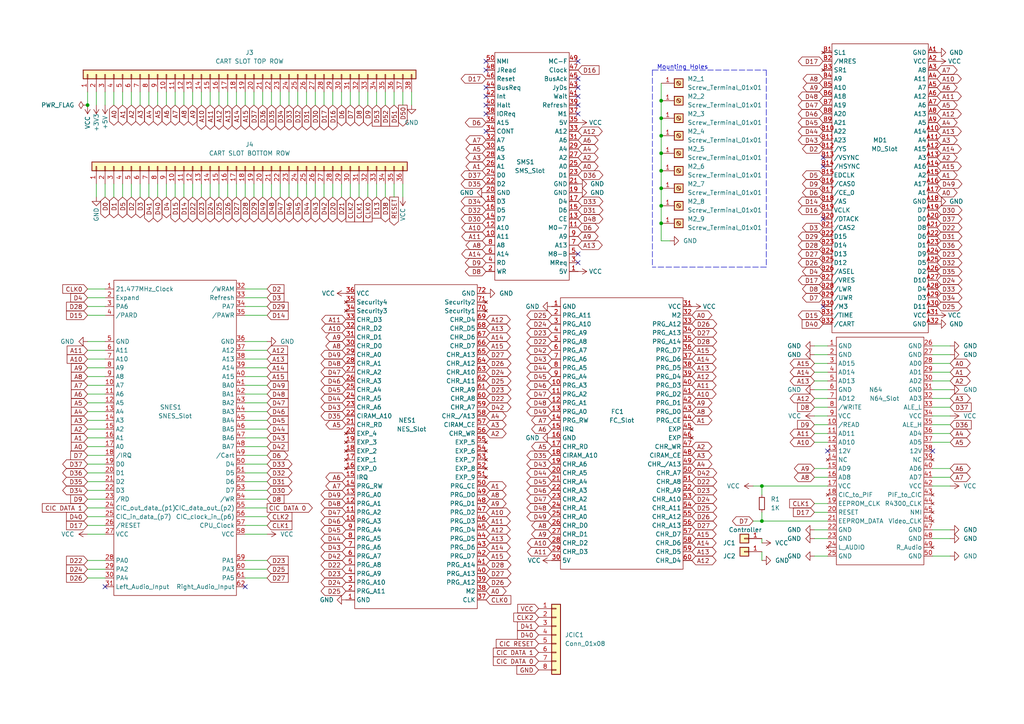
<source format=kicad_sch>
(kicad_sch (version 20211123) (generator eeschema)
  (paper "A4")
  (title_block (title "SIX SLOT ADAPTER") (date "2022-04-01") (rev "V1"))
  (junction (at 191.77 64.77))
  (junction (at 191.77 49.53))
  (junction (at 191.77 34.29))
  (junction (at 191.77 29.21))
  (junction (at 191.77 39.37))
  (junction (at 220.98 151.13))
  (junction (at 191.77 44.45))
  (junction (at 220.98 140.97))
  (junction (at 25.4 30.48))
  (junction (at 191.77 54.61))
  (junction (at 191.77 59.69))
  (no_connect (at 167.64 27.94))
  (no_connect (at 167.64 22.86))
  (no_connect (at 240.03 130.81))
  (no_connect (at 167.64 17.78))
  (no_connect (at 140.97 38.1))
  (no_connect (at 270.51 130.81))
  (no_connect (at 140.97 33.02))
  (no_connect (at 140.97 25.4))
  (no_connect (at 167.64 25.4))
  (no_connect (at 140.97 30.48))
  (no_connect (at 140.97 27.94))
  (no_connect (at 167.64 73.66))
  (no_connect (at 140.97 20.32))
  (no_connect (at 238.76 63.5))
  (no_connect (at 167.64 33.02))
  (no_connect (at 140.97 17.78))
  (no_connect (at 238.76 88.9))
  (no_connect (at 238.76 45.72))
  (no_connect (at 71.12 170.18))
  (no_connect (at 167.64 30.48))
  (no_connect (at 30.48 170.18))
  (no_connect (at 238.76 48.26))
  (no_connect (at 167.64 76.2))
  (wire (pts (xy 114.3 26.67) (xy 114.3 30.48)))
  (wire (pts (xy 40.64 53.34) (xy 40.64 57.15)))
  (wire (pts (xy 30.48 53.34) (xy 30.48 57.15)))
  (wire (pts (xy 48.26 53.34) (xy 48.26 57.15)))
  (wire (pts (xy 236.22 115.57) (xy 240.03 115.57)))
  (wire (pts (xy 236.22 148.59) (xy 240.03 148.59)))
  (wire (pts (xy 101.6 26.67) (xy 101.6 30.48)))
  (wire (pts (xy 83.82 26.67) (xy 83.82 30.48)))
  (wire (pts (xy 25.4 165.1) (xy 30.48 165.1)))
  (wire (pts (xy 68.58 26.67) (xy 68.58 30.48)))
  (wire (pts (xy 25.4 149.86) (xy 30.48 149.86)))
  (wire (pts (xy 71.12 154.94) (xy 77.47 154.94)))
  (wire (pts (xy 220.98 156.21) (xy 220.98 157.48)))
  (wire (pts (xy 191.77 64.77) (xy 191.77 69.85)))
  (wire (pts (xy 270.51 156.21) (xy 275.59 156.21)))
  (wire (pts (xy 109.22 26.67) (xy 109.22 30.48)))
  (wire (pts (xy 71.12 121.92) (xy 77.47 121.92)))
  (wire (pts (xy 236.22 113.03) (xy 240.03 113.03)))
  (wire (pts (xy 73.66 53.34) (xy 73.66 57.15)))
  (wire (pts (xy 43.18 53.34) (xy 43.18 57.15)))
  (wire (pts (xy 270.51 128.27) (xy 275.59 128.27)))
  (wire (pts (xy 71.12 106.68) (xy 77.47 106.68)))
  (wire (pts (xy 270.51 105.41) (xy 275.59 105.41)))
  (wire (pts (xy 236.22 120.65) (xy 240.03 120.65)))
  (wire (pts (xy 99.06 26.67) (xy 99.06 30.48)))
  (wire (pts (xy 71.12 124.46) (xy 77.47 124.46)))
  (wire (pts (xy 71.12 167.64) (xy 77.47 167.64)))
  (wire (pts (xy 114.3 53.34) (xy 114.3 57.15)))
  (wire (pts (xy 25.4 147.32) (xy 30.48 147.32)))
  (wire (pts (xy 25.4 109.22) (xy 30.48 109.22)))
  (wire (pts (xy 33.02 26.67) (xy 33.02 30.48)))
  (wire (pts (xy 71.12 116.84) (xy 77.47 116.84)))
  (wire (pts (xy 66.04 26.67) (xy 66.04 30.48)))
  (wire (pts (xy 236.22 138.43) (xy 240.03 138.43)))
  (wire (pts (xy 63.5 26.67) (xy 63.5 30.48)))
  (wire (pts (xy 236.22 100.33) (xy 240.03 100.33)))
  (wire (pts (xy 45.72 53.34) (xy 45.72 57.15)))
  (wire (pts (xy 71.12 83.82) (xy 77.47 83.82)))
  (wire (pts (xy 71.12 53.34) (xy 71.12 57.15)))
  (wire (pts (xy 25.4 116.84) (xy 30.48 116.84)))
  (wire (pts (xy 106.68 53.34) (xy 106.68 57.15)))
  (wire (pts (xy 71.12 137.16) (xy 77.47 137.16)))
  (wire (pts (xy 25.4 88.9) (xy 30.48 88.9)))
  (wire (pts (xy 71.12 109.22) (xy 77.47 109.22)))
  (wire (pts (xy 101.6 53.34) (xy 101.6 57.15)))
  (wire (pts (xy 25.4 167.64) (xy 30.48 167.64)))
  (wire (pts (xy 63.5 53.34) (xy 63.5 57.15)))
  (polyline (pts (xy 189.23 20.32) (xy 189.23 77.47)))
  (wire (pts (xy 55.88 26.67) (xy 55.88 30.48)))
  (wire (pts (xy 218.44 140.97) (xy 220.98 140.97)))
  (wire (pts (xy 71.12 88.9) (xy 77.47 88.9)))
  (wire (pts (xy 116.84 26.67) (xy 116.84 30.48)))
  (wire (pts (xy 38.1 26.67) (xy 38.1 30.48)))
  (wire (pts (xy 236.22 135.89) (xy 240.03 135.89)))
  (wire (pts (xy 25.4 152.4) (xy 30.48 152.4)))
  (wire (pts (xy 30.48 26.67) (xy 30.48 30.48)))
  (wire (pts (xy 25.4 91.44) (xy 30.48 91.44)))
  (wire (pts (xy 35.56 53.34) (xy 35.56 57.15)))
  (wire (pts (xy 191.77 69.85) (xy 194.31 69.85)))
  (wire (pts (xy 25.4 124.46) (xy 30.48 124.46)))
  (wire (pts (xy 96.52 26.67) (xy 96.52 30.48)))
  (wire (pts (xy 191.77 29.21) (xy 191.77 34.29)))
  (wire (pts (xy 25.4 142.24) (xy 30.48 142.24)))
  (wire (pts (xy 33.02 53.34) (xy 33.02 57.15)))
  (wire (pts (xy 71.12 127) (xy 77.47 127)))
  (wire (pts (xy 25.4 111.76) (xy 30.48 111.76)))
  (wire (pts (xy 35.56 26.67) (xy 35.56 30.48)))
  (polyline (pts (xy 222.25 77.47) (xy 189.23 77.47)))
  (wire (pts (xy 111.76 53.34) (xy 111.76 57.15)))
  (wire (pts (xy 220.98 151.13) (xy 240.03 151.13)))
  (wire (pts (xy 27.94 26.67) (xy 27.94 30.48)))
  (wire (pts (xy 71.12 104.14) (xy 77.47 104.14)))
  (wire (pts (xy 73.66 26.67) (xy 73.66 30.48)))
  (wire (pts (xy 71.12 132.08) (xy 77.47 132.08)))
  (wire (pts (xy 88.9 53.34) (xy 88.9 57.15)))
  (wire (pts (xy 60.96 26.67) (xy 60.96 30.48)))
  (wire (pts (xy 25.4 99.06) (xy 30.48 99.06)))
  (wire (pts (xy 71.12 26.67) (xy 71.12 30.48)))
  (wire (pts (xy 81.28 53.34) (xy 81.28 57.15)))
  (wire (pts (xy 25.4 127) (xy 30.48 127)))
  (wire (pts (xy 43.18 26.67) (xy 43.18 30.48)))
  (wire (pts (xy 191.77 24.13) (xy 191.77 29.21)))
  (wire (pts (xy 91.44 26.67) (xy 91.44 30.48)))
  (wire (pts (xy 25.4 106.68) (xy 30.48 106.68)))
  (wire (pts (xy 25.4 26.67) (xy 25.4 30.48)))
  (wire (pts (xy 86.36 26.67) (xy 86.36 30.48)))
  (wire (pts (xy 270.51 140.97) (xy 275.59 140.97)))
  (wire (pts (xy 71.12 165.1) (xy 77.47 165.1)))
  (wire (pts (xy 191.77 39.37) (xy 191.77 44.45)))
  (wire (pts (xy 191.77 44.45) (xy 191.77 49.53)))
  (wire (pts (xy 25.4 129.54) (xy 30.48 129.54)))
  (wire (pts (xy 86.36 53.34) (xy 86.36 57.15)))
  (wire (pts (xy 68.58 53.34) (xy 68.58 57.15)))
  (wire (pts (xy 25.4 114.3) (xy 30.48 114.3)))
  (wire (pts (xy 55.88 53.34) (xy 55.88 57.15)))
  (wire (pts (xy 220.98 148.59) (xy 220.98 151.13)))
  (wire (pts (xy 25.4 162.56) (xy 30.48 162.56)))
  (wire (pts (xy 58.42 26.67) (xy 58.42 30.48)))
  (wire (pts (xy 78.74 26.67) (xy 78.74 30.48)))
  (wire (pts (xy 104.14 26.67) (xy 104.14 30.48)))
  (wire (pts (xy 71.12 91.44) (xy 77.47 91.44)))
  (wire (pts (xy 270.51 138.43) (xy 275.59 138.43)))
  (wire (pts (xy 220.98 140.97) (xy 240.03 140.97)))
  (wire (pts (xy 71.12 139.7) (xy 77.47 139.7)))
  (wire (pts (xy 270.51 118.11) (xy 275.59 118.11)))
  (wire (pts (xy 270.51 120.65) (xy 275.59 120.65)))
  (wire (pts (xy 71.12 142.24) (xy 77.47 142.24)))
  (wire (pts (xy 38.1 53.34) (xy 38.1 57.15)))
  (wire (pts (xy 71.12 134.62) (xy 77.47 134.62)))
  (wire (pts (xy 220.98 140.97) (xy 220.98 143.51)))
  (wire (pts (xy 99.06 53.34) (xy 99.06 57.15)))
  (wire (pts (xy 25.4 137.16) (xy 30.48 137.16)))
  (wire (pts (xy 71.12 162.56) (xy 77.47 162.56)))
  (wire (pts (xy 236.22 156.21) (xy 240.03 156.21)))
  (wire (pts (xy 220.98 160.02) (xy 220.98 162.56)))
  (wire (pts (xy 25.4 154.94) (xy 30.48 154.94)))
  (wire (pts (xy 270.51 107.95) (xy 275.59 107.95)))
  (wire (pts (xy 58.42 53.34) (xy 58.42 57.15)))
  (wire (pts (xy 45.72 26.67) (xy 45.72 30.48)))
  (wire (pts (xy 25.4 83.82) (xy 30.48 83.82)))
  (wire (pts (xy 236.22 102.87) (xy 240.03 102.87)))
  (wire (pts (xy 236.22 110.49) (xy 240.03 110.49)))
  (wire (pts (xy 25.4 104.14) (xy 30.48 104.14)))
  (wire (pts (xy 270.51 102.87) (xy 275.59 102.87)))
  (wire (pts (xy 270.51 123.19) (xy 275.59 123.19)))
  (wire (pts (xy 270.51 135.89) (xy 275.59 135.89)))
  (wire (pts (xy 25.4 101.6) (xy 30.48 101.6)))
  (wire (pts (xy 71.12 99.06) (xy 77.47 99.06)))
  (wire (pts (xy 40.64 26.67) (xy 40.64 30.48)))
  (wire (pts (xy 270.51 113.03) (xy 275.59 113.03)))
  (wire (pts (xy 104.14 53.34) (xy 104.14 57.15)))
  (wire (pts (xy 270.51 110.49) (xy 275.59 110.49)))
  (wire (pts (xy 93.98 26.67) (xy 93.98 30.48)))
  (wire (pts (xy 236.22 153.67) (xy 240.03 153.67)))
  (wire (pts (xy 50.8 26.67) (xy 50.8 30.48)))
  (wire (pts (xy 270.51 115.57) (xy 275.59 115.57)))
  (wire (pts (xy 83.82 53.34) (xy 83.82 57.15)))
  (wire (pts (xy 236.22 161.29) (xy 240.03 161.29)))
  (wire (pts (xy 71.12 111.76) (xy 77.47 111.76)))
  (wire (pts (xy 53.34 53.34) (xy 53.34 57.15)))
  (wire (pts (xy 236.22 123.19) (xy 240.03 123.19)))
  (wire (pts (xy 71.12 129.54) (xy 77.47 129.54)))
  (wire (pts (xy 236.22 105.41) (xy 240.03 105.41)))
  (wire (pts (xy 71.12 149.86) (xy 77.47 149.86)))
  (wire (pts (xy 119.38 26.67) (xy 119.38 30.48)))
  (wire (pts (xy 66.04 53.34) (xy 66.04 57.15)))
  (wire (pts (xy 106.68 26.67) (xy 106.68 30.48)))
  (wire (pts (xy 53.34 26.67) (xy 53.34 30.48)))
  (wire (pts (xy 96.52 53.34) (xy 96.52 57.15)))
  (wire (pts (xy 111.76 26.67) (xy 111.76 30.48)))
  (wire (pts (xy 48.26 26.67) (xy 48.26 30.48)))
  (wire (pts (xy 76.2 53.34) (xy 76.2 57.15)))
  (wire (pts (xy 76.2 26.67) (xy 76.2 30.48)))
  (wire (pts (xy 270.51 100.33) (xy 275.59 100.33)))
  (wire (pts (xy 71.12 147.32) (xy 77.47 147.32)))
  (wire (pts (xy 109.22 53.34) (xy 109.22 57.15)))
  (wire (pts (xy 191.77 49.53) (xy 191.77 54.61)))
  (wire (pts (xy 25.4 86.36) (xy 30.48 86.36)))
  (wire (pts (xy 78.74 53.34) (xy 78.74 57.15)))
  (wire (pts (xy 236.22 146.05) (xy 240.03 146.05)))
  (wire (pts (xy 60.96 53.34) (xy 60.96 57.15)))
  (wire (pts (xy 116.84 53.34) (xy 116.84 57.15)))
  (wire (pts (xy 236.22 107.95) (xy 240.03 107.95)))
  (wire (pts (xy 71.12 86.36) (xy 77.47 86.36)))
  (wire (pts (xy 71.12 119.38) (xy 77.47 119.38)))
  (wire (pts (xy 25.4 119.38) (xy 30.48 119.38)))
  (wire (pts (xy 81.28 26.67) (xy 81.28 30.48)))
  (wire (pts (xy 71.12 152.4) (xy 77.47 152.4)))
  (wire (pts (xy 25.4 139.7) (xy 30.48 139.7)))
  (wire (pts (xy 88.9 26.67) (xy 88.9 30.48)))
  (wire (pts (xy 27.94 53.34) (xy 27.94 57.15)))
  (polyline (pts (xy 222.25 20.32) (xy 222.25 77.47)))
  (wire (pts (xy 270.51 153.67) (xy 275.59 153.67)))
  (wire (pts (xy 91.44 53.34) (xy 91.44 57.15)))
  (wire (pts (xy 71.12 101.6) (xy 77.47 101.6)))
  (wire (pts (xy 236.22 125.73) (xy 240.03 125.73)))
  (wire (pts (xy 218.44 151.13) (xy 220.98 151.13)))
  (polyline (pts (xy 189.23 20.32) (xy 222.25 20.32)))
  (wire (pts (xy 270.51 161.29) (xy 275.59 161.29)))
  (wire (pts (xy 93.98 53.34) (xy 93.98 57.15)))
  (wire (pts (xy 236.22 128.27) (xy 240.03 128.27)))
  (wire (pts (xy 191.77 34.29) (xy 191.77 39.37)))
  (wire (pts (xy 236.22 118.11) (xy 240.03 118.11)))
  (wire (pts (xy 25.4 132.08) (xy 30.48 132.08)))
  (wire (pts (xy 191.77 54.61) (xy 191.77 59.69)))
  (wire (pts (xy 191.77 59.69) (xy 191.77 64.77)))
  (wire (pts (xy 50.8 53.34) (xy 50.8 57.15)))
  (wire (pts (xy 71.12 114.3) (xy 77.47 114.3)))
  (wire (pts (xy 25.4 121.92) (xy 30.48 121.92)))
  (wire (pts (xy 270.51 125.73) (xy 275.59 125.73)))
  (wire (pts (xy 25.4 134.62) (xy 30.48 134.62)))
  (wire (pts (xy 25.4 144.78) (xy 30.48 144.78)))
  (wire (pts (xy 71.12 144.78) (xy 77.47 144.78)))
  (text "Mounting Holes" (at 190.5 20.32 0) (effects (font (size 1.27 1.27)) (justify left bottom)))
  (global_label "D8" (shape input) (at 236.22 118.11 180) (property "Intersheet References" "${INTERSHEET_REFS}" (effects hide)))
  (global_label "D45" (shape bidirectional) (at 160.02 139.7 180) (property "Intersheet References" "${INTERSHEET_REFS}" (effects hide)))
  (global_label "A6" (shape bidirectional) (at 275.59 135.89 0) (property "Intersheet References" "${INTERSHEET_REFS}" (effects hide)))
  (global_label "D49" (shape bidirectional) (at 271.78 53.34 0) (property "Intersheet References" "${INTERSHEET_REFS}" (effects hide)))
  (global_label "A10" (shape bidirectional) (at 236.22 128.27 180) (property "Intersheet References" "${INTERSHEET_REFS}" (effects hide)))
  (global_label "A11" (shape input) (at 25.4 101.6 180) (property "Intersheet References" "${INTERSHEET_REFS}" (effects hide)))
  (global_label "A6" (shape bidirectional) (at 48.26 30.48 270) (property "Intersheet References" "${INTERSHEET_REFS}" (effects hide)))
  (global_label "D37" (shape bidirectional) (at 140.97 50.8 180) (property "Intersheet References" "${INTERSHEET_REFS}" (effects hide)))
  (global_label "D47" (shape bidirectional) (at 160.02 114.3 180) (property "Intersheet References" "${INTERSHEET_REFS}" (effects hide)))
  (global_label "A9" (shape input) (at 25.4 106.68 180) (property "Intersheet References" "${INTERSHEET_REFS}" (effects hide)))
  (global_label "D47" (shape bidirectional) (at 160.02 144.78 180) (property "Intersheet References" "${INTERSHEET_REFS}" (effects hide)))
  (global_label "D29" (shape bidirectional) (at 238.76 68.58 180) (property "Intersheet References" "${INTERSHEET_REFS}" (effects hide)))
  (global_label "D44" (shape bidirectional) (at 160.02 137.16 180) (property "Intersheet References" "${INTERSHEET_REFS}" (effects hide)))
  (global_label "D51" (shape input) (at 114.3 30.48 270) (property "Intersheet References" "${INTERSHEET_REFS}" (effects hide)))
  (global_label "D29" (shape bidirectional) (at 73.66 57.15 270) (property "Intersheet References" "${INTERSHEET_REFS}" (effects hide)))
  (global_label "D22" (shape bidirectional) (at 200.66 139.7 0) (property "Intersheet References" "${INTERSHEET_REFS}" (effects hide)))
  (global_label "D33" (shape bidirectional) (at 271.78 83.82 0) (property "Intersheet References" "${INTERSHEET_REFS}" (effects hide)))
  (global_label "A3" (shape bidirectional) (at 271.78 40.64 0) (property "Intersheet References" "${INTERSHEET_REFS}" (effects hide)))
  (global_label "A15" (shape bidirectional) (at 140.97 161.29 0) (property "Intersheet References" "${INTERSHEET_REFS}" (effects hide)))
  (global_label "A9" (shape bidirectional) (at 55.88 30.48 270) (property "Intersheet References" "${INTERSHEET_REFS}" (effects hide)))
  (global_label "A11" (shape bidirectional) (at 200.66 111.76 0) (property "Intersheet References" "${INTERSHEET_REFS}" (effects hide)))
  (global_label "D31" (shape bidirectional) (at 88.9 30.48 270) (property "Intersheet References" "${INTERSHEET_REFS}" (effects hide)))
  (global_label "D9" (shape bidirectional) (at 140.97 76.2 180) (property "Intersheet References" "${INTERSHEET_REFS}" (effects hide)))
  (global_label "D24" (shape bidirectional) (at 60.96 57.15 270) (property "Intersheet References" "${INTERSHEET_REFS}" (effects hide)))
  (global_label "D47" (shape bidirectional) (at 100.33 148.59 180) (property "Intersheet References" "${INTERSHEET_REFS}" (effects hide)))
  (global_label "A9" (shape bidirectional) (at 100.33 97.79 180) (property "Intersheet References" "${INTERSHEET_REFS}" (effects hide)))
  (global_label "D27" (shape bidirectional) (at 200.66 152.4 0) (property "Intersheet References" "${INTERSHEET_REFS}" (effects hide)))
  (global_label "D46" (shape bidirectional) (at 100.33 151.13 180) (property "Intersheet References" "${INTERSHEET_REFS}" (effects hide)))
  (global_label "D33" (shape bidirectional) (at 167.64 58.42 0) (property "Intersheet References" "${INTERSHEET_REFS}" (effects hide)))
  (global_label "D42" (shape bidirectional) (at 100.33 161.29 180) (property "Intersheet References" "${INTERSHEET_REFS}" (effects hide)))
  (global_label "A12" (shape bidirectional) (at 271.78 33.02 0) (property "Intersheet References" "${INTERSHEET_REFS}" (effects hide)))
  (global_label "A1" (shape bidirectional) (at 271.78 50.8 0) (property "Intersheet References" "${INTERSHEET_REFS}" (effects hide)))
  (global_label "D50" (shape output) (at 116.84 30.48 270) (property "Intersheet References" "${INTERSHEET_REFS}" (effects hide)))
  (global_label "D17" (shape bidirectional) (at 93.98 30.48 270) (property "Intersheet References" "${INTERSHEET_REFS}" (effects hide)))
  (global_label "D34" (shape bidirectional) (at 81.28 30.48 270) (property "Intersheet References" "${INTERSHEET_REFS}" (effects hide)))
  (global_label "A11" (shape bidirectional) (at 60.96 30.48 270) (property "Intersheet References" "${INTERSHEET_REFS}" (effects hide)))
  (global_label "A9" (shape bidirectional) (at 200.66 116.84 0) (property "Intersheet References" "${INTERSHEET_REFS}" (effects hide)))
  (global_label "A14" (shape bidirectional) (at 236.22 107.95 180) (property "Intersheet References" "${INTERSHEET_REFS}" (effects hide)))
  (global_label "A8" (shape bidirectional) (at 140.97 71.12 180) (property "Intersheet References" "${INTERSHEET_REFS}" (effects hide)))
  (global_label "D46" (shape bidirectional) (at 83.82 57.15 270) (property "Intersheet References" "${INTERSHEET_REFS}" (effects hide)))
  (global_label "A14" (shape bidirectional) (at 200.66 104.14 0) (property "Intersheet References" "${INTERSHEET_REFS}" (effects hide)))
  (global_label "D25" (shape bidirectional) (at 63.5 57.15 270) (property "Intersheet References" "${INTERSHEET_REFS}" (effects hide)))
  (global_label "A10" (shape bidirectional) (at 160.02 157.48 180) (property "Intersheet References" "${INTERSHEET_REFS}" (effects hide)))
  (global_label "D34" (shape bidirectional) (at 140.97 58.42 180) (property "Intersheet References" "${INTERSHEET_REFS}" (effects hide)))
  (global_label "D27" (shape input) (at 77.47 167.64 0) (property "Intersheet References" "${INTERSHEET_REFS}" (effects hide)))
  (global_label "D24" (shape bidirectional) (at 200.66 144.78 0) (property "Intersheet References" "${INTERSHEET_REFS}" (effects hide)))
  (global_label "CLK1" (shape input) (at 104.14 57.15 270) (property "Intersheet References" "${INTERSHEET_REFS}" (effects hide)))
  (global_label "A5" (shape bidirectional) (at 45.72 30.48 270) (property "Intersheet References" "${INTERSHEET_REFS}" (effects hide)))
  (global_label "A9" (shape bidirectional) (at 140.97 146.05 0) (property "Intersheet References" "${INTERSHEET_REFS}" (effects hide)))
  (global_label "D48" (shape bidirectional) (at 167.64 63.5 0) (property "Intersheet References" "${INTERSHEET_REFS}" (effects hide)))
  (global_label "D35" (shape bidirectional) (at 140.97 53.34 180) (property "Intersheet References" "${INTERSHEET_REFS}" (effects hide)))
  (global_label "D23" (shape bidirectional) (at 200.66 142.24 0) (property "Intersheet References" "${INTERSHEET_REFS}" (effects hide)))
  (global_label "A4" (shape bidirectional) (at 140.97 120.65 0) (property "Intersheet References" "${INTERSHEET_REFS}" (effects hide)))
  (global_label "D48" (shape bidirectional) (at 160.02 147.32 180) (property "Intersheet References" "${INTERSHEET_REFS}" (effects hide)))
  (global_label "D49" (shape bidirectional) (at 76.2 57.15 270) (property "Intersheet References" "${INTERSHEET_REFS}" (effects hide)))
  (global_label "D26" (shape input) (at 25.4 167.64 180) (property "Intersheet References" "${INTERSHEET_REFS}" (effects hide)))
  (global_label "A8" (shape input) (at 25.4 109.22 180) (property "Intersheet References" "${INTERSHEET_REFS}" (effects hide)))
  (global_label "D7" (shape bidirectional) (at 101.6 30.48 270) (property "Intersheet References" "${INTERSHEET_REFS}" (effects hide)))
  (global_label "D17" (shape input) (at 25.4 152.4 180) (property "Intersheet References" "${INTERSHEET_REFS}" (effects hide)))
  (global_label "A15" (shape bidirectional) (at 271.78 48.26 0) (property "Intersheet References" "${INTERSHEET_REFS}" (effects hide)))
  (global_label "D29" (shape input) (at 77.47 88.9 0) (property "Intersheet References" "${INTERSHEET_REFS}" (effects hide)))
  (global_label "CIC RESET" (shape input) (at 156.21 186.69 180) (property "Intersheet References" "${INTERSHEET_REFS}" (effects hide)))
  (global_label "A2" (shape input) (at 25.4 124.46 180) (property "Intersheet References" "${INTERSHEET_REFS}" (effects hide)))
  (global_label "D6" (shape bidirectional) (at 77.47 132.08 0) (property "Intersheet References" "${INTERSHEET_REFS}" (effects hide)))
  (global_label "CIC DATA 0" (shape input) (at 156.21 191.77 180) (property "Intersheet References" "${INTERSHEET_REFS}" (effects hide)))
  (global_label "A8" (shape bidirectional) (at 238.76 22.86 180) (property "Intersheet References" "${INTERSHEET_REFS}" (effects hide)))
  (global_label "A3" (shape input) (at 25.4 121.92 180) (property "Intersheet References" "${INTERSHEET_REFS}" (effects hide)))
  (global_label "CIC DATA 1" (shape input) (at 156.21 189.23 180) (property "Intersheet References" "${INTERSHEET_REFS}" (effects hide)))
  (global_label "A6" (shape bidirectional) (at 167.64 40.64 0) (property "Intersheet References" "${INTERSHEET_REFS}" (effects hide)))
  (global_label "D7" (shape bidirectional) (at 218.44 151.13 180) (property "Intersheet References" "${INTERSHEET_REFS}" (effects hide)))
  (global_label "A6" (shape bidirectional) (at 160.02 124.46 180) (property "Intersheet References" "${INTERSHEET_REFS}" (effects hide)))
  (global_label "D30" (shape bidirectional) (at 271.78 60.96 0) (property "Intersheet References" "${INTERSHEET_REFS}" (effects hide)))
  (global_label "D2" (shape input) (at 77.47 83.82 0) (property "Intersheet References" "${INTERSHEET_REFS}" (effects hide)))
  (global_label "A0" (shape bidirectional) (at 200.66 91.44 0) (property "Intersheet References" "${INTERSHEET_REFS}" (effects hide)))
  (global_label "VCC" (shape input) (at 156.21 176.53 180) (property "Intersheet References" "${INTERSHEET_REFS}" (effects hide)))
  (global_label "D49" (shape bidirectional) (at 160.02 119.38 180) (property "Intersheet References" "${INTERSHEET_REFS}" (effects hide)))
  (global_label "D23" (shape bidirectional) (at 100.33 166.37 180) (property "Intersheet References" "${INTERSHEET_REFS}" (effects hide)))
  (global_label "D16" (shape bidirectional) (at 96.52 30.48 270) (property "Intersheet References" "${INTERSHEET_REFS}" (effects hide)))
  (global_label "D33" (shape bidirectional) (at 83.82 30.48 270) (property "Intersheet References" "${INTERSHEET_REFS}" (effects hide)))
  (global_label "A12" (shape bidirectional) (at 63.5 30.48 270) (property "Intersheet References" "${INTERSHEET_REFS}" (effects hide)))
  (global_label "CIC DATA 1" (shape input) (at 25.4 147.32 180) (property "Intersheet References" "${INTERSHEET_REFS}" (effects hide)))
  (global_label "D36" (shape input) (at 275.59 123.19 0) (property "Intersheet References" "${INTERSHEET_REFS}" (effects hide)))
  (global_label "D43" (shape bidirectional) (at 238.76 40.64 180) (property "Intersheet References" "${INTERSHEET_REFS}" (effects hide)))
  (global_label "A13" (shape input) (at 77.47 104.14 0) (property "Intersheet References" "${INTERSHEET_REFS}" (effects hide)))
  (global_label "CLK0" (shape input) (at 106.68 57.15 270) (property "Intersheet References" "${INTERSHEET_REFS}" (effects hide)))
  (global_label "D9" (shape bidirectional) (at 106.68 30.48 270) (property "Intersheet References" "${INTERSHEET_REFS}" (effects hide)))
  (global_label "A10" (shape bidirectional) (at 100.33 95.25 180) (property "Intersheet References" "${INTERSHEET_REFS}" (effects hide)))
  (global_label "D22" (shape bidirectional) (at 160.02 99.06 180) (property "Intersheet References" "${INTERSHEET_REFS}" (effects hide)))
  (global_label "CLK1" (shape input) (at 77.47 152.4 0) (property "Intersheet References" "${INTERSHEET_REFS}" (effects hide)))
  (global_label "A2" (shape bidirectional) (at 275.59 110.49 0) (property "Intersheet References" "${INTERSHEET_REFS}" (effects hide)))
  (global_label "D53" (shape input) (at 109.22 30.48 270) (property "Intersheet References" "${INTERSHEET_REFS}" (effects hide)))
  (global_label "D38" (shape bidirectional) (at 111.76 57.15 270) (property "Intersheet References" "${INTERSHEET_REFS}" (effects hide)))
  (global_label "D31" (shape bidirectional) (at 77.47 139.7 0) (property "Intersheet References" "${INTERSHEET_REFS}" (effects hide)))
  (global_label "D34" (shape bidirectional) (at 271.78 86.36 0) (property "Intersheet References" "${INTERSHEET_REFS}" (effects hide)))
  (global_label "A7" (shape bidirectional) (at 50.8 30.48 270) (property "Intersheet References" "${INTERSHEET_REFS}" (effects hide)))
  (global_label "A5" (shape bidirectional) (at 271.78 30.48 0) (property "Intersheet References" "${INTERSHEET_REFS}" (effects hide)))
  (global_label "D52" (shape input) (at 111.76 30.48 270) (property "Intersheet References" "${INTERSHEET_REFS}" (effects hide)))
  (global_label "D30" (shape bidirectional) (at 91.44 30.48 270) (property "Intersheet References" "${INTERSHEET_REFS}" (effects hide)))
  (global_label "D49" (shape bidirectional) (at 160.02 149.86 180) (property "Intersheet References" "${INTERSHEET_REFS}" (effects hide)))
  (global_label "CLK0" (shape input) (at 140.97 173.99 0) (property "Intersheet References" "${INTERSHEET_REFS}" (effects hide)))
  (global_label "D16" (shape input) (at 167.64 20.32 0) (property "Intersheet References" "${INTERSHEET_REFS}" (effects hide)))
  (global_label "D40" (shape bidirectional) (at 45.72 57.15 270) (property "Intersheet References" "${INTERSHEET_REFS}" (effects hide)))
  (global_label "D15" (shape bidirectional) (at 50.8 57.15 270) (property "Intersheet References" "${INTERSHEET_REFS}" (effects hide)))
  (global_label "D28" (shape bidirectional) (at 71.12 57.15 270) (property "Intersheet References" "${INTERSHEET_REFS}" (effects hide)))
  (global_label "D26" (shape bidirectional) (at 140.97 105.41 0) (property "Intersheet References" "${INTERSHEET_REFS}" (effects hide)))
  (global_label "A7" (shape bidirectional) (at 100.33 140.97 180) (property "Intersheet References" "${INTERSHEET_REFS}" (effects hide)))
  (global_label "D42" (shape bidirectional) (at 160.02 101.6 180) (property "Intersheet References" "${INTERSHEET_REFS}" (effects hide)))
  (global_label "D48" (shape bidirectional) (at 100.33 105.41 180) (property "Intersheet References" "${INTERSHEET_REFS}" (effects hide)))
  (global_label "D31" (shape bidirectional) (at 167.64 60.96 0) (property "Intersheet References" "${INTERSHEET_REFS}" (effects hide)))
  (global_label "A14" (shape bidirectional) (at 200.66 157.48 0) (property "Intersheet References" "${INTERSHEET_REFS}" (effects hide)))
  (global_label "D44" (shape bidirectional) (at 160.02 106.68 180) (property "Intersheet References" "${INTERSHEET_REFS}" (effects hide)))
  (global_label "A14" (shape bidirectional) (at 140.97 97.79 0) (property "Intersheet References" "${INTERSHEET_REFS}" (effects hide)))
  (global_label "D24" (shape bidirectional) (at 140.97 107.95 0) (property "Intersheet References" "${INTERSHEET_REFS}" (effects hide)))
  (global_label "A13" (shape bidirectional) (at 140.97 156.21 0) (property "Intersheet References" "${INTERSHEET_REFS}" (effects hide)))
  (global_label "D43" (shape bidirectional) (at 100.33 118.11 180) (property "Intersheet References" "${INTERSHEET_REFS}" (effects hide)))
  (global_label "A5" (shape bidirectional) (at 160.02 129.54 180) (property "Intersheet References" "${INTERSHEET_REFS}" (effects hide)))
  (global_label "CLK1" (shape input) (at 236.22 146.05 180) (property "Intersheet References" "${INTERSHEET_REFS}" (effects hide)))
  (global_label "CLK2" (shape input) (at 156.21 179.07 180) (property "Intersheet References" "${INTERSHEET_REFS}" (effects hide)))
  (global_label "A11" (shape bidirectional) (at 236.22 125.73 180) (property "Intersheet References" "${INTERSHEET_REFS}" (effects hide)))
  (global_label "A1" (shape bidirectional) (at 35.56 30.48 270) (property "Intersheet References" "${INTERSHEET_REFS}" (effects hide)))
  (global_label "A12" (shape bidirectional) (at 140.97 92.71 0) (property "Intersheet References" "${INTERSHEET_REFS}" (effects hide)))
  (global_label "D47" (shape bidirectional) (at 81.28 57.15 270) (property "Intersheet References" "${INTERSHEET_REFS}" (effects hide)))
  (global_label "A13" (shape bidirectional) (at 200.66 106.68 0) (property "Intersheet References" "${INTERSHEET_REFS}" (effects hide)))
  (global_label "A13" (shape bidirectional) (at 66.04 30.48 270) (property "Intersheet References" "${INTERSHEET_REFS}" (effects hide)))
  (global_label "GND" (shape input) (at 156.21 194.31 180) (property "Intersheet References" "${INTERSHEET_REFS}" (effects hide)))
  (global_label "D27" (shape bidirectional) (at 140.97 166.37 0) (property "Intersheet References" "${INTERSHEET_REFS}" (effects hide)))
  (global_label "A3" (shape bidirectional) (at 40.64 30.48 270) (property "Intersheet References" "${INTERSHEET_REFS}" (effects hide)))
  (global_label "A10" (shape bidirectional) (at 200.66 114.3 0) (property "Intersheet References" "${INTERSHEET_REFS}" (effects hide)))
  (global_label "D40" (shape input) (at 238.76 93.98 180) (property "Intersheet References" "${INTERSHEET_REFS}" (effects hide)))
  (global_label "D36" (shape bidirectional) (at 167.64 50.8 0) (property "Intersheet References" "${INTERSHEET_REFS}" (effects hide)))
  (global_label "D35" (shape bidirectional) (at 271.78 78.74 0) (property "Intersheet References" "${INTERSHEET_REFS}" (effects hide)))
  (global_label "D47" (shape bidirectional) (at 238.76 30.48 180) (property "Intersheet References" "${INTERSHEET_REFS}" (effects hide)))
  (global_label "D46" (shape bidirectional) (at 160.02 142.24 180) (property "Intersheet References" "${INTERSHEET_REFS}" (effects hide)))
  (global_label "D32" (shape bidirectional) (at 271.78 76.2 0) (property "Intersheet References" "${INTERSHEET_REFS}" (effects hide)))
  (global_label "D8" (shape bidirectional) (at 238.76 83.82 180) (property "Intersheet References" "${INTERSHEET_REFS}" (effects hide)))
  (global_label "A5" (shape input) (at 25.4 116.84 180) (property "Intersheet References" "${INTERSHEET_REFS}" (effects hide)))
  (global_label "D28" (shape bidirectional) (at 238.76 71.12 180) (property "Intersheet References" "${INTERSHEET_REFS}" (effects hide)))
  (global_label "A0" (shape input) (at 25.4 129.54 180) (property "Intersheet References" "${INTERSHEET_REFS}" (effects hide)))
  (global_label "D15" (shape input) (at 25.4 91.44 180) (property "Intersheet References" "${INTERSHEET_REFS}" (effects hide)))
  (global_label "A11" (shape bidirectional) (at 271.78 27.94 0) (property "Intersheet References" "${INTERSHEET_REFS}" (effects hide)))
  (global_label "D31" (shape bidirectional) (at 271.78 68.58 0) (property "Intersheet References" "${INTERSHEET_REFS}" (effects hide)))
  (global_label "D43" (shape bidirectional) (at 160.02 104.14 180) (property "Intersheet References" "${INTERSHEET_REFS}" (effects hide)))
  (global_label "D43" (shape bidirectional) (at 91.44 57.15 270) (property "Intersheet References" "${INTERSHEET_REFS}" (effects hide)))
  (global_label "A11" (shape bidirectional) (at 160.02 160.02 180) (property "Intersheet References" "${INTERSHEET_REFS}" (effects hide)))
  (global_label "D22" (shape bidirectional) (at 271.78 66.04 0) (property "Intersheet References" "${INTERSHEET_REFS}" (effects hide)))
  (global_label "D27" (shape bidirectional) (at 238.76 73.66 180) (property "Intersheet References" "${INTERSHEET_REFS}" (effects hide)))
  (global_label "D8" (shape bidirectional) (at 104.14 30.48 270) (property "Intersheet References" "${INTERSHEET_REFS}" (effects hide)))
  (global_label "A4" (shape bidirectional) (at 271.78 35.56 0) (property "Intersheet References" "${INTERSHEET_REFS}" (effects hide)))
  (global_label "D36" (shape bidirectional) (at 76.2 30.48 270) (property "Intersheet References" "${INTERSHEET_REFS}" (effects hide)))
  (global_label "D27" (shape bidirectional) (at 200.66 96.52 0) (property "Intersheet References" "${INTERSHEET_REFS}" (effects hide)))
  (global_label "A13" (shape bidirectional) (at 140.97 95.25 0) (property "Intersheet References" "${INTERSHEET_REFS}" (effects hide)))
  (global_label "D25" (shape bidirectional) (at 140.97 110.49 0) (property "Intersheet References" "${INTERSHEET_REFS}" (effects hide)))
  (global_label "D28" (shape input) (at 25.4 88.9 180) (property "Intersheet References" "${INTERSHEET_REFS}" (effects hide)))
  (global_label "D4" (shape input) (at 25.4 86.36 180) (property "Intersheet References" "${INTERSHEET_REFS}" (effects hide)))
  (global_label "D27" (shape bidirectional) (at 140.97 102.87 0) (property "Intersheet References" "${INTERSHEET_REFS}" (effects hide)))
  (global_label "A7" (shape input) (at 25.4 111.76 180) (property "Intersheet References" "${INTERSHEET_REFS}" (effects hide)))
  (global_label "A15" (shape input) (at 77.47 109.22 0) (property "Intersheet References" "${INTERSHEET_REFS}" (effects hide)))
  (global_label "D17" (shape bidirectional) (at 238.76 17.78 180) (property "Intersheet References" "${INTERSHEET_REFS}" (effects hide)))
  (global_label "D16" (shape bidirectional) (at 238.76 60.96 180) (property "Intersheet References" "${INTERSHEET_REFS}" (effects hide)))
  (global_label "D23" (shape bidirectional) (at 58.42 57.15 270) (property "Intersheet References" "${INTERSHEET_REFS}" (effects hide)))
  (global_label "A15" (shape bidirectional) (at 140.97 100.33 0) (property "Intersheet References" "${INTERSHEET_REFS}" (effects hide)))
  (global_label "A10" (shape bidirectional) (at 271.78 22.86 0) (property "Intersheet References" "${INTERSHEET_REFS}" (effects hide)))
  (global_label "D46" (shape bidirectional) (at 160.02 111.76 180) (property "Intersheet References" "${INTERSHEET_REFS}" (effects hide)))
  (global_label "D44" (shape bidirectional) (at 100.33 156.21 180) (property "Intersheet References" "${INTERSHEET_REFS}" (effects hide)))
  (global_label "D24" (shape bidirectional) (at 271.78 81.28 0) (property "Intersheet References" "${INTERSHEET_REFS}" (effects hide)))
  (global_label "D23" (shape bidirectional) (at 160.02 96.52 180) (property "Intersheet References" "${INTERSHEET_REFS}" (effects hide)))
  (global_label "A12" (shape bidirectional) (at 236.22 115.57 180) (property "Intersheet References" "${INTERSHEET_REFS}" (effects hide)))
  (global_label "A2" (shape bidirectional) (at 140.97 125.73 0) (property "Intersheet References" "${INTERSHEET_REFS}" (effects hide)))
  (global_label "D1" (shape bidirectional) (at 33.02 57.15 270) (property "Intersheet References" "${INTERSHEET_REFS}" (effects hide)))
  (global_label "D41" (shape input) (at 156.21 181.61 180) (property "Intersheet References" "${INTERSHEET_REFS}" (effects hide)))
  (global_label "D48" (shape bidirectional) (at 100.33 146.05 180) (property "Intersheet References" "${INTERSHEET_REFS}" (effects hide)))
  (global_label "A12" (shape bidirectional) (at 200.66 162.56 0) (property "Intersheet References" "${INTERSHEET_REFS}" (effects hide)))
  (global_label "D35" (shape bidirectional) (at 160.02 132.08 180) (property "Intersheet References" "${INTERSHEET_REFS}" (effects hide)))
  (global_label "A6" (shape bidirectional) (at 271.78 25.4 0) (property "Intersheet References" "${INTERSHEET_REFS}" (effects hide)))
  (global_label "D14" (shape bidirectional) (at 53.34 57.15 270) (property "Intersheet References" "${INTERSHEET_REFS}" (effects hide)))
  (global_label "D22" (shape bidirectional) (at 140.97 115.57 0) (property "Intersheet References" "${INTERSHEET_REFS}" (effects hide)))
  (global_label "A15" (shape bidirectional) (at 236.22 105.41 180) (property "Intersheet References" "${INTERSHEET_REFS}" (effects hide)))
  (global_label "A4" (shape bidirectional) (at 200.66 134.62 0) (property "Intersheet References" "${INTERSHEET_REFS}" (effects hide)))
  (global_label "A0" (shape bidirectional) (at 271.78 55.88 0) (property "Intersheet References" "${INTERSHEET_REFS}" (effects hide)))
  (global_label "D35" (shape bidirectional) (at 25.4 139.7 180) (property "Intersheet References" "${INTERSHEET_REFS}" (effects hide)))
  (global_label "D26" (shape bidirectional) (at 238.76 76.2 180) (property "Intersheet References" "${INTERSHEET_REFS}" (effects hide)))
  (global_label "D17" (shape bidirectional) (at 238.76 81.28 180) (property "Intersheet References" "${INTERSHEET_REFS}" (effects hide)))
  (global_label "A13" (shape bidirectional) (at 200.66 160.02 0) (property "Intersheet References" "${INTERSHEET_REFS}" (effects hide)))
  (global_label "D25" (shape bidirectional) (at 200.66 147.32 0) (property "Intersheet References" "${INTERSHEET_REFS}" (effects hide)))
  (global_label "D17" (shape bidirectional) (at 140.97 22.86 180) (property "Intersheet References" "${INTERSHEET_REFS}" (effects hide)))
  (global_label "D45" (shape bidirectional) (at 160.02 109.22 180) (property "Intersheet References" "${INTERSHEET_REFS}" (effects hide)))
  (global_label "A2" (shape bidirectional) (at 271.78 45.72 0) (property "Intersheet References" "${INTERSHEET_REFS}" (effects hide)))
  (global_label "D4" (shape bidirectional) (at 48.26 57.15 270) (property "Intersheet References" "${INTERSHEET_REFS}" (effects hide)))
  (global_label "D8" (shape input) (at 77.47 144.78 0) (property "Intersheet References" "${INTERSHEET_REFS}" (effects hide)))
  (global_label "D42" (shape input) (at 77.47 129.54 0) (property "Intersheet References" "${INTERSHEET_REFS}" (effects hide)))
  (global_label "A2" (shape bidirectional) (at 200.66 129.54 0) (property "Intersheet References" "${INTERSHEET_REFS}" (effects hide)))
  (global_label "D17" (shape input) (at 236.22 148.59 180) (property "Intersheet References" "${INTERSHEET_REFS}" (effects hide)))
  (global_label "A14" (shape bidirectional) (at 271.78 43.18 0) (property "Intersheet References" "${INTERSHEET_REFS}" (effects hide)))
  (global_label "A4" (shape bidirectional) (at 167.64 43.18 0) (property "Intersheet References" "${INTERSHEET_REFS}" (effects hide)))
  (global_label "A13" (shape bidirectional) (at 271.78 38.1 0) (property "Intersheet References" "${INTERSHEET_REFS}" (effects hide)))
  (global_label "A13" (shape bidirectional) (at 236.22 110.49 180) (property "Intersheet References" "${INTERSHEET_REFS}" (effects hide)))
  (global_label "D22" (shape bidirectional) (at 55.88 57.15 270) (property "Intersheet References" "${INTERSHEET_REFS}" (effects hide)))
  (global_label "A0" (shape bidirectional) (at 167.64 48.26 0) (property "Intersheet References" "${INTERSHEET_REFS}" (effects hide)))
  (global_label "A4" (shape input) (at 25.4 119.38 180) (property "Intersheet References" "${INTERSHEET_REFS}" (effects hide)))
  (global_label "A6" (shape bidirectional) (at 100.33 138.43 180) (property "Intersheet References" "${INTERSHEET_REFS}" (effects hide)))
  (global_label "D2" (shape bidirectional) (at 38.1 57.15 270) (property "Intersheet References" "${INTERSHEET_REFS}" (effects hide)))
  (global_label "D33" (shape bidirectional) (at 77.47 134.62 0) (property "Intersheet References" "${INTERSHEET_REFS}" (effects hide)))
  (global_label "A1" (shape bidirectional) (at 140.97 48.26 180) (property "Intersheet References" "${INTERSHEET_REFS}" (effects hide)))
  (global_label "D24" (shape bidirectional) (at 100.33 168.91 180) (property "Intersheet References" "${INTERSHEET_REFS}" (effects hide)))
  (global_label "D23" (shape bidirectional) (at 140.97 113.03 0) (property "Intersheet References" "${INTERSHEET_REFS}" (effects hide)))
  (global_label "D49" (shape bidirectional) (at 100.33 102.87 180) (property "Intersheet References" "${INTERSHEET_REFS}" (effects hide)))
  (global_label "D36" (shape bidirectional) (at 271.78 71.12 0) (property "Intersheet References" "${INTERSHEET_REFS}" (effects hide)))
  (global_label "A1" (shape bidirectional) (at 200.66 121.92 0) (property "Intersheet References" "${INTERSHEET_REFS}" (effects hide)))
  (global_label "D7" (shape input) (at 25.4 132.08 180) (property "Intersheet References" "${INTERSHEET_REFS}" (effects hide)))
  (global_label "D48" (shape bidirectional) (at 238.76 27.94 180) (property "Intersheet References" "${INTERSHEET_REFS}" (effects hide)))
  (global_label "A10" (shape input) (at 25.4 104.14 180) (property "Intersheet References" "${INTERSHEET_REFS}" (effects hide)))
  (global_label "A0" (shape bidirectional) (at 275.59 105.41 0) (property "Intersheet References" "${INTERSHEET_REFS}" (effects hide)))
  (global_label "A3" (shape bidirectional) (at 275.59 115.57 0) (property "Intersheet References" "${INTERSHEET_REFS}" (effects hide)))
  (global_label "D43" (shape bidirectional) (at 100.33 158.75 180) (property "Intersheet References" "${INTERSHEET_REFS}" (effects hide)))
  (global_label "D2" (shape bidirectional) (at 238.76 43.18 180) (property "Intersheet References" "${INTERSHEET_REFS}" (effects hide)))
  (global_label "A7" (shape bidirectional) (at 140.97 40.64 180) (property "Intersheet References" "${INTERSHEET_REFS}" (effects hide)))
  (global_label "D7" (shape bidirectional) (at 238.76 86.36 180) (property "Intersheet References" "${INTERSHEET_REFS}" (effects hide)))
  (global_label "A10" (shape bidirectional) (at 140.97 66.04 180) (property "Intersheet References" "${INTERSHEET_REFS}" (effects hide)))
  (global_label "D35" (shape bidirectional) (at 78.74 30.48 270) (property "Intersheet References" "${INTERSHEET_REFS}" (effects hide)))
  (global_label "D21" (shape bidirectional) (at 99.06 57.15 270) (property "Intersheet References" "${INTERSHEET_REFS}" (effects hide)))
  (global_label "A0" (shape bidirectional) (at 33.02 30.48 270) (property "Intersheet References" "${INTERSHEET_REFS}" (effects hide)))
  (global_label "A0" (shape bidirectional) (at 140.97 171.45 0) (property "Intersheet References" "${INTERSHEET_REFS}" (effects hide)))
  (global_label "CLK2" (shape input) (at 77.47 149.86 0) (property "Intersheet References" "${INTERSHEET_REFS}" (effects hide)))
  (global_label "D9" (shape bidirectional) (at 238.76 53.34 180) (property "Intersheet References" "${INTERSHEET_REFS}" (effects hide)))
  (global_label "D25" (shape input) (at 77.47 165.1 0) (property "Intersheet References" "${INTERSHEET_REFS}" (effects hide)))
  (global_label "D45" (shape bidirectional) (at 238.76 35.56 180) (property "Intersheet References" "${INTERSHEET_REFS}" (effects hide)))
  (global_label "D25" (shape bidirectional) (at 100.33 171.45 180) (property "Intersheet References" "${INTERSHEET_REFS}" (effects hide)))
  (global_label "A6" (shape input) (at 25.4 114.3 180) (property "Intersheet References" "${INTERSHEET_REFS}" (effects hide)))
  (global_label "D44" (shape bidirectional) (at 88.9 57.15 270) (property "Intersheet References" "${INTERSHEET_REFS}" (effects hide)))
  (global_label "D48" (shape bidirectional) (at 78.74 57.15 270) (property "Intersheet References" "${INTERSHEET_REFS}" (effects hide)))
  (global_label "D6" (shape bidirectional) (at 167.64 66.04 0) (property "Intersheet References" "${INTERSHEET_REFS}" (effects hide)))
  (global_label "D26" (shape bidirectional) (at 200.66 93.98 0) (property "Intersheet References" "${INTERSHEET_REFS}" (effects hide)))
  (global_label "A5" (shape bidirectional) (at 140.97 43.18 180) (property "Intersheet References" "${INTERSHEET_REFS}" (effects hide)))
  (global_label "A10" (shape bidirectional) (at 58.42 30.48 270) (property "Intersheet References" "${INTERSHEET_REFS}" (effects hide)))
  (global_label "A11" (shape bidirectional) (at 140.97 151.13 0) (property "Intersheet References" "${INTERSHEET_REFS}" (effects hide)))
  (global_label "D15" (shape bidirectional) (at 238.76 91.44 180) (property "Intersheet References" "${INTERSHEET_REFS}" (effects hide)))
  (global_label "A3" (shape bidirectional) (at 200.66 132.08 0) (property "Intersheet References" "${INTERSHEET_REFS}" (effects hide)))
  (global_label "D3" (shape input) (at 77.47 86.36 0) (property "Intersheet References" "${INTERSHEET_REFS}" (effects hide)))
  (global_label "D48" (shape input) (at 77.47 114.3 0) (property "Intersheet References" "${INTERSHEET_REFS}" (effects hide)))
  (global_label "A4" (shape bidirectional) (at 275.59 125.73 0) (property "Intersheet References" "${INTERSHEET_REFS}" (effects hide)))
  (global_label "A8" (shape bidirectional) (at 160.02 152.4 180) (property "Intersheet References" "${INTERSHEET_REFS}" (effects hide)))
  (global_label "D34" (shape bidirectional) (at 25.4 142.24 180) (property "Intersheet References" "${INTERSHEET_REFS}" (effects hide)))
  (global_label "D27" (shape bidirectional) (at 68.58 57.15 270) (property "Intersheet References" "${INTERSHEET_REFS}" (effects hide)))
  (global_label "D46" (shape input) (at 77.47 119.38 0) (property "Intersheet References" "${INTERSHEET_REFS}" (effects hide)))
  (global_label "D25" (shape bidirectional) (at 160.02 91.44 180) (property "Intersheet References" "${INTERSHEET_REFS}" (effects hide)))
  (global_label "D0" (shape bidirectional) (at 30.48 57.15 270) (property "Intersheet References" "${INTERSHEET_REFS}" (effects hide)))
  (global_label "A5" (shape bidirectional) (at 100.33 123.19 180) (property "Intersheet References" "${INTERSHEET_REFS}" (effects hide)))
  (global_label "A3" (shape bidirectional) (at 140.97 45.72 180) (property "Intersheet References" "${INTERSHEET_REFS}" (effects hide)))
  (global_label "A9" (shape bidirectional) (at 160.02 154.94 180) (property "Intersheet References" "${INTERSHEET_REFS}" (effects hide)))
  (global_label "D42" (shape bidirectional) (at 200.66 137.16 0) (property "Intersheet References" "${INTERSHEET_REFS}" (effects hide)))
  (global_label "D46" (shape bidirectional) (at 100.33 110.49 180) (property "Intersheet References" "${INTERSHEET_REFS}" (effects hide)))
  (global_label "A9" (shape bidirectional) (at 236.22 135.89 180) (property "Intersheet References" "${INTERSHEET_REFS}" (effects hide)))
  (global_label "D24" (shape bidirectional) (at 160.02 93.98 180) (property "Intersheet References" "${INTERSHEET_REFS}" (effects hide)))
  (global_label "D3" (shape bidirectional) (at 40.64 57.15 270) (property "Intersheet References" "${INTERSHEET_REFS}" (effects hide)))
  (global_label "D30" (shape bidirectional) (at 140.97 63.5 180) (property "Intersheet References" "${INTERSHEET_REFS}" (effects hide)))
  (global_label "D47" (shape input) (at 77.47 116.84 0) (property "Intersheet References" "${INTERSHEET_REFS}" (effects hide)))
  (global_label "D26" (shape bidirectional) (at 140.97 168.91 0) (property "Intersheet References" "${INTERSHEET_REFS}" (effects hide)))
  (global_label "D8" (shape bidirectional) (at 140.97 78.74 180) (property "Intersheet References" "${INTERSHEET_REFS}" (effects hide)))
  (global_label "A12" (shape bidirectional) (at 167.64 38.1 0) (property "Intersheet References" "${INTERSHEET_REFS}" (effects hide)))
  (global_label "D4" (shape bidirectional) (at 238.76 78.74 180) (property "Intersheet References" "${INTERSHEET_REFS}" (effects hide)))
  (global_label "D42" (shape bidirectional) (at 93.98 57.15 270) (property "Intersheet References" "${INTERSHEET_REFS}" (effects hide)))
  (global_label "D45" (shape bidirectional) (at 100.33 113.03 180) (property "Intersheet References" "${INTERSHEET_REFS}" (effects hide)))
  (global_label "A15" (shape bidirectional) (at 200.66 154.94 0) (property "Intersheet References" "${INTERSHEET_REFS}" (effects hide)))
  (global_label "A10" (shape bidirectional) (at 140.97 148.59 0) (property "Intersheet References" "${INTERSHEET_REFS}" (effects hide)))
  (global_label "D37" (shape bidirectional) (at 271.78 63.5 0) (property "Intersheet References" "${INTERSHEET_REFS}" (effects hide)))
  (global_label "D41" (shape bidirectional) (at 43.18 57.15 270) (property "Intersheet References" "${INTERSHEET_REFS}" (effects hide)))
  (global_label "D13" (shape input) (at 109.22 57.15 270) (property "Intersheet References" "${INTERSHEET_REFS}" (effects hide)))
  (global_label "A12" (shape bidirectional) (at 140.97 153.67 0) (property "Intersheet References" "${INTERSHEET_REFS}" (effects hide)))
  (global_label "A7" (shape bidirectional) (at 160.02 121.92 180) (property "Intersheet References" "${INTERSHEET_REFS}" (effects hide)))
  (global_label "D6" (shape bidirectional) (at 238.76 55.88 180) (property "Intersheet References" "${INTERSHEET_REFS}" (effects hide)))
  (global_label "D45" (shape bidirectional) (at 100.33 153.67 180) (property "Intersheet References" "${INTERSHEET_REFS}" (effects hide)))
  (global_label "D32" (shape bidirectional) (at 86.36 30.48 270) (property "Intersheet References" "${INTERSHEET_REFS}" (effects hide)))
  (global_label "D28" (shape bidirectional) (at 140.97 163.83 0) (property "Intersheet References" "${INTERSHEET_REFS}" (effects hide)))
  (global_label "D9" (shape input) (at 236.22 123.19 180) (property "Intersheet References" "${INTERSHEET_REFS}" (effects hide)))
  (global_label "D35" (shape bidirectional) (at 100.33 120.65 180) (property "Intersheet References" "${INTERSHEET_REFS}" (effects hide)))
  (global_label "D49" (shape input) (at 77.47 111.76 0) (property "Intersheet References" "${INTERSHEET_REFS}" (effects hide)))
  (global_label "D26" (shape bidirectional) (at 200.66 149.86 0) (property "Intersheet References" "${INTERSHEET_REFS}" (effects hide)))
  (global_label "D37" (shape bidirectional) (at 25.4 134.62 180) (property "Intersheet References" "${INTERSHEET_REFS}" (effects hide)))
  (global_label "D5" (shape bidirectional) (at 238.76 50.8 180) (property "Intersheet References" "${INTERSHEET_REFS}" (effects hide)))
  (global_label "D40" (shape input) (at 156.21 184.15 180) (property "Intersheet References" "${INTERSHEET_REFS}" (effects hide)))
  (global_label "A1" (shape input) (at 25.4 127 180) (property "Intersheet References" "${INTERSHEET_REFS}" (effects hide)))
  (global_label "D37" (shape bidirectional) (at 73.66 30.48 270) (property "Intersheet References" "${INTERSHEET_REFS}" (effects hide)))
  (global_label "D14" (shape bidirectional) (at 238.76 58.42 180) (property "Intersheet References" "${INTERSHEET_REFS}" (effects hide)))
  (global_label "A2" (shape bidirectional) (at 167.64 45.72 0) (property "Intersheet References" "${INTERSHEET_REFS}" (effects hide)))
  (global_label "A8" (shape bidirectional) (at 100.33 100.33 180) (property "Intersheet References" "${INTERSHEET_REFS}" (effects hide)))
  (global_label "D36" (shape bidirectional) (at 25.4 137.16 180) (property "Intersheet References" "${INTERSHEET_REFS}" (effects hide)))
  (global_label "A12" (shape bidirectional) (at 200.66 109.22 0) (property "Intersheet References" "${INTERSHEET_REFS}" (effects hide)))
  (global_label "A8" (shape bidirectional) (at 236.22 138.43 180) (property "Intersheet References" "${INTERSHEET_REFS}" (effects hide)))
  (global_label "A14" (shape bidirectional) (at 68.58 30.48 270) (property "Intersheet References" "${INTERSHEET_REFS}" (effects hide)))
  (global_label "RESET" (shape output) (at 114.3 57.15 270) (property "Intersheet References" "${INTERSHEET_REFS}" (effects hide)))
  (global_label "D32" (shape bidirectional) (at 77.47 137.16 0) (property "Intersheet References" "${INTERSHEET_REFS}" (effects hide)))
  (global_label "A9" (shape bidirectional) (at 238.76 25.4 180) (property "Intersheet References" "${INTERSHEET_REFS}" (effects hide)))
  (global_label "A12" (shape input) (at 77.47 101.6 0) (property "Intersheet References" "${INTERSHEET_REFS}" (effects hide)))
  (global_label "D46" (shape bidirectional) (at 238.76 33.02 180) (property "Intersheet References" "${INTERSHEET_REFS}" (effects hide)))
  (global_label "A14" (shape bidirectional) (at 140.97 73.66 180) (property "Intersheet References" "${INTERSHEET_REFS}" (effects hide)))
  (global_label "D23" (shape bidirectional) (at 271.78 73.66 0) (property "Intersheet References" "${INTERSHEET_REFS}" (effects hide)))
  (global_label "A9" (shape bidirectional) (at 167.64 68.58 0) (property "Intersheet References" "${INTERSHEET_REFS}" (effects hide)))
  (global_label "D45" (shape bidirectional) (at 86.36 57.15 270) (property "Intersheet References" "${INTERSHEET_REFS}" (effects hide)))
  (global_label "A15" (shape bidirectional) (at 71.12 30.48 270) (property "Intersheet References" "${INTERSHEET_REFS}" (effects hide)))
  (global_label "D6" (shape bidirectional) (at 99.06 30.48 270) (property "Intersheet References" "${INTERSHEET_REFS}" (effects hide)))
  (global_label "D20" (shape bidirectional) (at 96.52 57.15 270) (property "Intersheet References" "${INTERSHEET_REFS}" (effects hide)))
  (global_label "D45" (shape input) (at 77.47 121.92 0) (property "Intersheet References" "${INTERSHEET_REFS}" (effects hide)))
  (global_label "D23" (shape input) (at 77.47 162.56 0) (property "Intersheet References" "${INTERSHEET_REFS}" (effects hide)))
  (global_label "A1" (shape bidirectional) (at 275.59 107.95 0) (property "Intersheet References" "${INTERSHEET_REFS}" (effects hide)))
  (global_label "A1" (shape bidirectional) (at 140.97 140.97 0) (property "Intersheet References" "${INTERSHEET_REFS}" (effects hide)))
  (global_label "D3" (shape bidirectional) (at 238.76 66.04 180) (property "Intersheet References" "${INTERSHEET_REFS}" (effects hide)))
  (global_label "CIC DATA 0" (shape output) (at 77.47 147.32 0) (property "Intersheet References" "${INTERSHEET_REFS}" (effects hide)))
  (global_label "CLK2" (shape input) (at 101.6 57.15 270) (property "Intersheet References" "${INTERSHEET_REFS}" (effects hide)))
  (global_label "A8" (shape bidirectional) (at 140.97 143.51 0) (property "Intersheet References" "${INTERSHEET_REFS}" (effects hide)))
  (global_label "D42" (shape bidirectional) (at 140.97 118.11 0) (property "Intersheet References" "${INTERSHEET_REFS}" (effects hide)))
  (global_label "D26" (shape bidirectional) (at 66.04 57.15 270) (property "Intersheet References" "${INTERSHEET_REFS}" (effects hide)))
  (global_label "D32" (shape bidirectional) (at 140.97 60.96 180) (property "Intersheet References" "${INTERSHEET_REFS}" (effects hide)))
  (global_label "D5" (shape bidirectional) (at 35.56 57.15 270) (property "Intersheet References" "${INTERSHEET_REFS}" (effects hide)))
  (global_label "A14" (shape input) (at 77.47 106.68 0) (property "Intersheet References" "${INTERSHEET_REFS}" (effects hide)))
  (global_label "D14" (shape input) (at 77.47 91.44 0) (property "Intersheet References" "${INTERSHEET_REFS}" (effects hide)))
  (global_label "A11" (shape bidirectional) (at 140.97 68.58 180) (property "Intersheet References" "${INTERSHEET_REFS}" (effects hide)))
  (global_label "D24" (shape input) (at 25.4 165.1 180) (property "Intersheet References" "${INTERSHEET_REFS}" (effects hide)))
  (global_label "A7" (shape bidirectional) (at 271.78 20.32 0) (property "Intersheet References" "${INTERSHEET_REFS}" (effects hide)))
  (global_label "A13" (shape bidirectional) (at 167.64 71.12 0) (property "Intersheet References" "${INTERSHEET_REFS}" (effects hide)))
  (global_label "D43" (shape input) (at 77.47 127 0) (property "Intersheet References" "${INTERSHEET_REFS}" (effects hide)))
  (global_label "D28" (shape bidirectional) (at 200.66 99.06 0) (property "Intersheet References" "${INTERSHEET_REFS}" (effects hide)))
  (global_label "A11" (shape bidirectional) (at 100.33 92.71 180) (property "Intersheet References" "${INTERSHEET_REFS}" (effects hide)))
  (global_label "D44" (shape bidirectional) (at 238.76 38.1 180) (property "Intersheet References" "${INTERSHEET_REFS}" (effects hide)))
  (global_label "A4" (shape bidirectional) (at 43.18 30.48 270) (property "Intersheet References" "${INTERSHEET_REFS}" (effects hide)))
  (global_label "D48" (shape bidirectional) (at 160.02 116.84 180) (property "Intersheet References" "${INTERSHEET_REFS}" (effects hide)))
  (global_label "A14" (shape bidirectional) (at 140.97 158.75 0) (property "Intersheet References" "${INTERSHEET_REFS}" (effects hide)))
  (global_label "D47" (shape bidirectional) (at 100.33 107.95 180) (property "Intersheet References" "${INTERSHEET_REFS}" (effects hide)))
  (global_label "D43" (shape bidirectional) (at 160.02 134.62 180) (property "Intersheet References" "${INTERSHEET_REFS}" (effects hide)))
  (global_label "CLK0" (shape input) (at 25.4 83.82 180) (property "Intersheet References" "${INTERSHEET_REFS}" (effects hide)))
  (global_label "A7" (shape bidirectional) (at 275.59 138.43 0) (property "Intersheet References" "${INTERSHEET_REFS}" (effects hide)))
  (global_label "D44" (shape bidirectional) (at 100.33 115.57 180) (property "Intersheet References" "${INTERSHEET_REFS}" (effects hide)))
  (global_label "D6" (shape bidirectional) (at 140.97 35.56 180) (property "Intersheet References" "${INTERSHEET_REFS}" (effects hide)))
  (global_label "D44" (shape input) (at 77.47 124.46 0) (property "Intersheet References" "${INTERSHEET_REFS}" (effects hide)))
  (global_label "A8" (shape bidirectional) (at 53.34 30.48 270) (property "Intersheet References" "${INTERSHEET_REFS}" (effects hide)))
  (global_label "A15" (shape bidirectional) (at 200.66 101.6 0) (property "Intersheet References" "${INTERSHEET_REFS}" (effects hide)))
  (global_label "D30" (shape bidirectional) (at 77.47 142.24 0) (property "Intersheet References" "${INTERSHEET_REFS}" (effects hide)))
  (global_label "D25" (shape bidirectional) (at 271.78 88.9 0) (property "Intersheet References" "${INTERSHEET_REFS}" (effects hide)))
  (global_label "D37" (shape input) (at 275.59 118.11 0) (property "Intersheet References" "${INTERSHEET_REFS}" (effects hide)))
  (global_label "D49" (shape bidirectional) (at 100.33 143.51 180) (property "Intersheet References" "${INTERSHEET_REFS}" (effects hide)))
  (global_label "D40" (shape input) (at 25.4 149.86 180) (property "Intersheet References" "${INTERSHEET_REFS}" (effects hide)))
  (global_label "A5" (shape bidirectional) (at 275.59 128.27 0) (property "Intersheet References" "${INTERSHEET_REFS}" (effects hide)))
  (global_label "A3" (shape bidirectional) (at 140.97 123.19 0) (property "Intersheet References" "${INTERSHEET_REFS}" (effects hide)))
  (global_label "D22" (shape input) (at 25.4 162.56 180) (property "Intersheet References" "${INTERSHEET_REFS}" (effects hide)))
  (global_label "D9" (shape input) (at 25.4 144.78 180) (property "Intersheet References" "${INTERSHEET_REFS}" (effects hide)))
  (global_label "A2" (shape bidirectional) (at 38.1 30.48 270) (property "Intersheet References" "${INTERSHEET_REFS}" (effects hide)))
  (global_label "D22" (shape bidirectional) (at 100.33 163.83 180) (property "Intersheet References" "${INTERSHEET_REFS}" (effects hide)))
  (global_label "A8" (shape bidirectional) (at 200.66 119.38 0) (property "Intersheet References" "${INTERSHEET_REFS}" (effects hide)))
  (symbol (lib_id "power:GND") (at 271.78 15.24 90) (unit 1)
    (property "Reference" "#PWR07" (effects hide))
    (property "Value" "GND" (at 279.4 15.2401 90) (effects (justify left)))
  )
  (symbol (lib_id "Connector_Generic:Conn_01x36") (at 71.12 48.26 90) (unit 1)
    (property "Reference" "J4" (at 72.39 41.91 90))
    (property "Value" "CART SLOT BOTTOM ROW" (at 72.39 44.45 90))
    (property "Footprint" "Connector_PinSocket_2.54mm:PinSocket_1x36_P2.54mm_Vertical" (effects hide))
  )
  (symbol (lib_id "power:GND") (at 220.98 162.56 90) (unit 1)
    (property "Reference" "#PWR0102" (effects hide))
    (property "Value" "GND" (at 224.79 162.5599 90) (effects (justify right)))
  )
  (symbol (lib_id "!OSCR:SNES_Slot") (at 49.53 125.73 0) (unit 1)
    (property "Reference" "SNES1" (at 49.53 118.11 0))
    (property "Value" "SNES_Slot" (at 50.8 120.65 0))
  )
  (symbol (lib_id "power:VCC") (at 220.98 157.48 270) (unit 1)
    (property "Reference" "#PWR0101" (effects hide))
    (property "Value" "VCC" (at 224.79 157.4799 90) (effects (justify left)))
  )
  (symbol (lib_id "power:GND") (at 27.94 57.15 0) (unit 1)
    (property "Reference" "#PWR03" (effects hide))
    (property "Value" "GND" (at 27.94 62.23 90))
  )
  (symbol (lib_id "power:GND") (at 100.33 173.99 270) (unit 1)
    (property "Reference" "#PWR044" (effects hide))
    (property "Value" "GND" (at 92.71 173.9899 90) (effects (justify left)))
  )
  (symbol (lib_id "!OSCR:SMS_Slot") (at 154.94 45.72 0) (unit 1)
    (property "Reference" "SMS1" (at 152.4 46.99 0))
    (property "Value" "SMS_Slot" (at 153.67 49.53 0))
  )
  (symbol (lib_id "power:GND") (at 275.59 156.21 90) (unit 1)
    (property "Reference" "#PWR030" (effects hide))
    (property "Value" "GND" (at 279.4 156.2099 90) (effects (justify right)))
  )
  (symbol (lib_id "power:+3.3V") (at 27.94 30.48 180) (unit 1)
    (property "Reference" "#PWR02" (effects hide))
    (property "Value" "+3.3V" (at 27.94 35.56 90))
  )
  (symbol (lib_id "power:GND") (at 119.38 30.48 0) (unit 1)
    (property "Reference" "#PWR011" (effects hide))
    (property "Value" "GND" (at 119.38 35.56 0))
  )
  (symbol (lib_id "power:GND") (at 160.02 88.9 270) (unit 1)
    (property "Reference" "#PWR04" (effects hide))
    (property "Value" "GND" (at 152.4 88.8999 90) (effects (justify left)))
  )
  (symbol (lib_id "power:GND") (at 275.59 102.87 90) (unit 1)
    (property "Reference" "#PWR014" (effects hide))
    (property "Value" "GND" (at 279.4 102.8699 90) (effects (justify right)))
  )
  (symbol (lib_id "Connector:Screw_Terminal_01x01") (at 196.85 59.69 0) (unit 1)
    (property "Reference" "M2_8" (at 199.39 58.4199 0) (effects (justify left)))
    (property "Value" "Screw_Terminal_01x01" (at 199.39 60.9599 0) (effects (justify left)))
  )
  (symbol (lib_id "power:GND") (at 25.4 99.06 270) (unit 1)
    (property "Reference" "#PWR039" (effects hide))
    (property "Value" "GND" (at 21.59 99.0599 90) (effects (justify right)))
  )
  (symbol (lib_id "power:VCC") (at 116.84 57.15 180) (unit 1)
    (property "Reference" "#PWR010" (effects hide))
    (property "Value" "VCC" (at 116.84 62.23 90))
  )
  (symbol (lib_id "power:VCC") (at 160.02 162.56 90) (unit 1)
    (property "Reference" "#PWR034" (effects hide))
    (property "Value" "VCC" (at 154.94 162.56 90))
  )
  (symbol (lib_id "Connector_Generic:Conn_01x08") (at 161.29 184.15 0) (unit 1)
    (property "Reference" "JCIC1" (at 163.83 184.1499 0) (effects (justify left)))
    (property "Value" "Conn_01x08" (at 163.83 186.6899 0) (effects (justify left)))
  )
  (symbol (lib_id "Connector:Screw_Terminal_01x01") (at 196.85 54.61 0) (unit 1)
    (property "Reference" "M2_7" (at 199.39 53.3399 0) (effects (justify left)))
    (property "Value" "Screw_Terminal_01x01" (at 199.39 55.8799 0) (effects (justify left)))
  )
  (symbol (lib_id "power:GND") (at 275.59 161.29 90) (unit 1)
    (property "Reference" "#PWR032" (effects hide))
    (property "Value" "GND" (at 279.4 161.2899 90) (effects (justify right)))
  )
  (symbol (lib_id "power:GND") (at 275.59 100.33 90) (unit 1)
    (property "Reference" "#PWR09" (effects hide))
    (property "Value" "GND" (at 279.4 100.3299 90) (effects (justify right)))
  )
  (symbol (lib_id "power:GND") (at 271.78 58.42 90) (unit 1)
    (property "Reference" "#PWR026" (effects hide))
    (property "Value" "GND" (at 279.4 58.4201 90) (effects (justify left)))
  )
  (symbol (lib_id "Connector:Screw_Terminal_01x01") (at 196.85 34.29 0) (unit 1)
    (property "Reference" "M2_3" (at 199.39 33.0199 0) (effects (justify left)))
    (property "Value" "Screw_Terminal_01x01" (at 199.39 35.5599 0) (effects (justify left)))
  )
  (symbol (lib_id "power:GND") (at 236.22 156.21 270) (unit 1)
    (property "Reference" "#PWR029" (effects hide))
    (property "Value" "GND" (at 232.41 156.2099 90) (effects (justify right)))
  )
  (symbol (lib_id "Device:R_Small") (at 220.98 146.05 0) (unit 1)
    (property "Reference" "R1" (at 223.52 144.7799 0) (effects (justify left)))
    (property "Value" "1K" (at 223.52 147.3199 0) (effects (justify left)))
  )
  (symbol (lib_id "power:VCC") (at 77.47 154.94 270) (unit 1)
    (property "Reference" "#PWR043" (effects hide))
    (property "Value" "VCC" (at 81.28 154.9399 90) (effects (justify left)))
  )
  (symbol (lib_id "!OSCR:MD_Slot") (at 248.92 33.02 0) (unit 1)
    (property "Reference" "MD1" (at 255.27 40.64 0))
    (property "Value" "MD_Slot" (at 256.54 43.18 0))
  )
  (symbol (lib_id "power:VCC") (at 275.59 140.97 270) (unit 1)
    (property "Reference" "#PWR025" (effects hide))
    (property "Value" "VCC" (at 279.4 140.9699 90) (effects (justify left)))
  )
  (symbol (lib_id "!OSCR:FC_Slot") (at 180.34 130.81 0) (unit 1)
    (property "Reference" "FC1" (at 179.07 119.38 0))
    (property "Value" "FC_Slot" (at 180.34 121.92 0))
  )
  (symbol (lib_id "power:GND") (at 236.22 113.03 270) (unit 1)
    (property "Reference" "#PWR015" (effects hide))
    (property "Value" "GND" (at 232.41 113.0299 90) (effects (justify right)))
  )
  (symbol (lib_id "power:VCC") (at 271.78 17.78 270) (unit 1)
    (property "Reference" "#PWR012" (effects hide))
    (property "Value" "VCC" (at 276.86 17.78 90))
  )
  (symbol (lib_id "power:VCC") (at 25.4 30.48 180) (unit 1)
    (property "Reference" "#PWR01" (effects hide))
    (property "Value" "VCC" (at 25.4 35.56 90))
  )
  (symbol (lib_id "Connector:Screw_Terminal_01x01") (at 196.85 64.77 0) (unit 1)
    (property "Reference" "M2_9" (at 199.39 63.4999 0) (effects (justify left)))
    (property "Value" "Screw_Terminal_01x01" (at 199.39 66.0399 0) (effects (justify left)))
  )
  (symbol (lib_id "power:VCC") (at 200.66 88.9 270) (unit 1)
    (property "Reference" "#PWR05" (effects hide))
    (property "Value" "VCC" (at 205.74 88.9 90))
  )
  (symbol (lib_id "power:VCC") (at 275.59 120.65 270) (unit 1)
    (property "Reference" "#PWR019" (effects hide))
    (property "Value" "VCC" (at 279.4 120.6499 90) (effects (justify left)))
  )
  (symbol (lib_id "Connector_Generic:Conn_01x38") (at 71.12 21.59 90) (unit 1)
    (property "Reference" "J3" (at 72.39 15.24 90))
    (property "Value" "CART SLOT TOP ROW" (at 72.39 17.78 90))
    (property "Footprint" "Connector_PinSocket_2.54mm:PinSocket_1x38_P2.54mm_Vertical" (effects hide))
  )
  (symbol (lib_id "power:VCC") (at 218.44 140.97 90) (unit 1)
    (property "Reference" "#PWR024" (effects hide))
    (property "Value" "VCC" (at 214.63 140.9699 90) (effects (justify left)))
  )
  (symbol (lib_id "Connector_Generic:Conn_01x01") (at 215.9 160.02 180) (unit 1)
    (property "Reference" "JC2" (at 213.36 161.2901 0) (effects (justify left)))
    (property "Value" "Conn_01x01" (effects hide))
  )
  (symbol (lib_id "power:VCC") (at 167.64 78.74 270) (unit 1)
    (property "Reference" "#PWR033" (effects hide))
    (property "Value" "VCC" (at 172.72 78.74 90))
  )
  (symbol (lib_id "power:GND") (at 160.02 127 270) (unit 1)
    (property "Reference" "#PWR020" (effects hide))
    (property "Value" "GND" (at 152.4 126.9999 90) (effects (justify left)))
  )
  (symbol (lib_id "Connector:Screw_Terminal_01x01") (at 196.85 39.37 0) (unit 1)
    (property "Reference" "M2_4" (at 199.39 38.0999 0) (effects (justify left)))
    (property "Value" "Screw_Terminal_01x01" (at 199.39 40.6399 0) (effects (justify left)))
  )
  (symbol (lib_id "power:GND") (at 236.22 161.29 270) (unit 1)
    (property "Reference" "#PWR031" (effects hide))
    (property "Value" "GND" (at 232.41 161.2899 90) (effects (justify right)))
  )
  (symbol (lib_id "!OSCR:N64_Slot") (at 252.73 129.54 0) (unit 1)
    (property "Reference" "N64" (at 254 113.03 0))
    (property "Value" "N64_Slot" (at 256.54 115.57 0))
  )
  (symbol (lib_id "power:VCC") (at 25.4 154.94 90) (unit 1)
    (property "Reference" "#PWR042" (effects hide))
    (property "Value" "VCC" (at 21.59 154.9399 90) (effects (justify left)))
  )
  (symbol (lib_id "power:PWR_FLAG") (at 25.4 30.48 90) (unit 1)
    (property "Reference" "#FLG01" (effects hide))
    (property "Value" "PWR_FLAG" (at 21.59 30.4799 90) (effects (justify left)))
  )
  (symbol (lib_id "power:GND") (at 140.97 85.09 90) (unit 1)
    (property "Reference" "#PWR038" (effects hide))
    (property "Value" "GND" (at 144.78 85.0899 90) (effects (justify right)))
  )
  (symbol (lib_id "power:GND") (at 271.78 93.98 90) (unit 1)
    (property "Reference" "#PWR036" (effects hide))
    (property "Value" "GND" (at 279.4 93.9801 90) (effects (justify left)))
  )
  (symbol (lib_id "power:GND") (at 236.22 100.33 270) (unit 1)
    (property "Reference" "#PWR08" (effects hide))
    (property "Value" "GND" (at 232.41 100.3299 90) (effects (justify right)))
  )
  (symbol (lib_id "power:VCC") (at 271.78 91.44 270) (unit 1)
    (property "Reference" "#PWR035" (effects hide))
    (property "Value" "VCC" (at 276.86 91.44 90))
  )
  (symbol (lib_id "power:GND") (at 77.47 99.06 90) (unit 1)
    (property "Reference" "#PWR040" (effects hide))
    (property "Value" "GND" (at 81.28 99.0599 90) (effects (justify right)))
  )
  (symbol (lib_id "Connector:Screw_Terminal_01x01") (at 196.85 24.13 0) (unit 1)
    (property "Reference" "M2_1" (at 199.39 22.8599 0) (effects (justify left)))
    (property "Value" "Screw_Terminal_01x01" (at 199.39 25.3999 0) (effects (justify left)))
  )
  (symbol (lib_id "power:+5V") (at 30.48 30.48 180) (unit 1)
    (property "Reference" "#PWR06" (effects hide))
    (property "Value" "+5V" (at 30.48 35.56 90))
  )
  (symbol (lib_id "power:GND") (at 275.59 153.67 90) (unit 1)
    (property "Reference" "#PWR028" (effects hide))
    (property "Value" "GND" (at 279.4 153.6699 90) (effects (justify right)))
  )
  (symbol (lib_id "power:VCC") (at 100.33 85.09 90) (unit 1)
    (property "Reference" "#PWR037" (effects hide))
    (property "Value" "VCC" (at 95.25 85.09 90))
  )
  (symbol (lib_id "power:VCC") (at 236.22 120.65 90) (unit 1)
    (property "Reference" "#PWR018" (effects hide))
    (property "Value" "VCC" (at 232.41 120.6499 90) (effects (justify left)))
  )
  (symbol (lib_id "Connector:Screw_Terminal_01x01") (at 196.85 49.53 0) (unit 1)
    (property "Reference" "M2_6" (at 199.39 48.2599 0) (effects (justify left)))
    (property "Value" "Screw_Terminal_01x01" (at 199.39 50.7999 0) (effects (justify left)))
  )
  (symbol (lib_id "power:GND") (at 236.22 102.87 270) (unit 1)
    (property "Reference" "#PWR013" (effects hide))
    (property "Value" "GND" (at 232.41 102.8699 90) (effects (justify right)))
  )
  (symbol (lib_id "power:GND") (at 194.31 69.85 90) (unit 1)
    (property "Reference" "#PWR041" (effects hide))
    (property "Value" "GND" (at 198.12 69.8499 90) (effects (justify right)))
  )
  (symbol (lib_id "power:GND") (at 167.64 53.34 90) (unit 1)
    (property "Reference" "#PWR021" (effects hide))
    (property "Value" "GND" (at 175.26 53.3401 90) (effects (justify left)))
  )
  (symbol (lib_id "power:GND") (at 167.64 55.88 90) (unit 1)
    (property "Reference" "#PWR023" (effects hide))
    (property "Value" "GND" (at 175.26 55.8801 90) (effects (justify left)))
  )
  (symbol (lib_id "Connector:Screw_Terminal_01x01") (at 196.85 44.45 0) (unit 1)
    (property "Reference" "M2_5" (at 199.39 43.1799 0) (effects (justify left)))
    (property "Value" "Screw_Terminal_01x01" (at 199.39 45.7199 0) (effects (justify left)))
  )
  (symbol (lib_id "power:GND") (at 140.97 55.88 270) (unit 1)
    (property "Reference" "#PWR022" (effects hide))
    (property "Value" "GND" (at 133.35 55.8799 90) (effects (justify left)))
  )
  (symbol (lib_id "power:VCC") (at 167.64 35.56 270) (unit 1)
    (property "Reference" "#PWR017" (effects hide))
    (property "Value" "VCC" (at 172.72 35.56 90))
  )
  (symbol (lib_id "!OSCR:NES_Slot") (at 119.38 121.92 0) (unit 1)
    (property "Reference" "NES1" (at 118.11 121.92 0))
    (property "Value" "NES_Slot" (at 119.38 124.46 0))
  )
  (symbol (lib_id "power:GND") (at 275.59 113.03 90) (unit 1)
    (property "Reference" "#PWR016" (effects hide))
    (property "Value" "GND" (at 279.4 113.0299 90) (effects (justify right)))
  )
  (symbol (lib_id "Connector_Generic:Conn_01x01") (at 215.9 156.21 180) (unit 1)
    (property "Reference" "JC1" (at 213.36 157.4801 0) (effects (justify left)))
    (property "Value" "Controller" (at 220.98 153.67 0) (effects (justify left)))
  )
  (symbol (lib_id "power:GND") (at 236.22 153.67 270) (unit 1)
    (property "Reference" "#PWR027" (effects hide))
    (property "Value" "GND" (at 232.41 153.6699 90) (effects (justify right)))
  )
  (symbol (lib_id "Connector:Screw_Terminal_01x01") (at 196.85 29.21 0) (unit 1)
    (property "Reference" "M2_2" (at 199.39 27.9399 0) (effects (justify left)))
    (property "Value" "Screw_Terminal_01x01" (at 199.39 30.4799 0) (effects (justify left)))
  )
)
</source>
